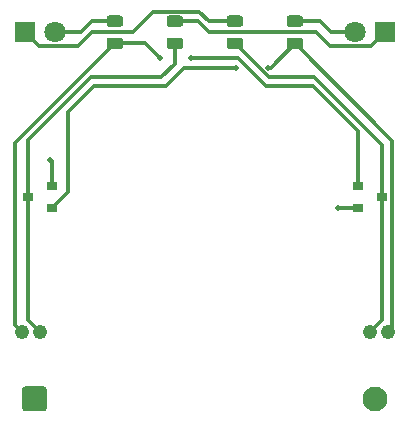
<source format=gbr>
%TF.GenerationSoftware,KiCad,Pcbnew,(5.1.7)-1*%
%TF.CreationDate,2021-04-21T21:28:38-05:00*%
%TF.ProjectId,blinky_kit_pcb,626c696e-6b79-45f6-9b69-745f7063622e,1.0*%
%TF.SameCoordinates,Original*%
%TF.FileFunction,Copper,L1,Top*%
%TF.FilePolarity,Positive*%
%FSLAX46Y46*%
G04 Gerber Fmt 4.6, Leading zero omitted, Abs format (unit mm)*
G04 Created by KiCad (PCBNEW (5.1.7)-1) date 2021-04-21 21:28:38*
%MOMM*%
%LPD*%
G01*
G04 APERTURE LIST*
%TA.AperFunction,ComponentPad*%
%ADD10C,2.100000*%
%TD*%
%TA.AperFunction,ComponentPad*%
%ADD11C,1.219200*%
%TD*%
%TA.AperFunction,ComponentPad*%
%ADD12R,1.800000X1.800000*%
%TD*%
%TA.AperFunction,ComponentPad*%
%ADD13C,1.800000*%
%TD*%
%TA.AperFunction,SMDPad,CuDef*%
%ADD14R,0.900000X0.800000*%
%TD*%
%TA.AperFunction,ViaPad*%
%ADD15C,0.508000*%
%TD*%
%TA.AperFunction,Conductor*%
%ADD16C,0.304800*%
%TD*%
G04 APERTURE END LIST*
D10*
%TO.P,J1,2*%
%TO.N,VCC*%
X155402800Y-114858800D03*
%TO.P,J1,1*%
%TO.N,GND*%
%TA.AperFunction,ComponentPad*%
G36*
G01*
X127342800Y-115908800D02*
X125742800Y-115908800D01*
G75*
G02*
X125492800Y-115658800I0J250000D01*
G01*
X125492800Y-114058800D01*
G75*
G02*
X125742800Y-113808800I250000J0D01*
G01*
X127342800Y-113808800D01*
G75*
G02*
X127592800Y-114058800I0J-250000D01*
G01*
X127592800Y-115658800D01*
G75*
G02*
X127342800Y-115908800I-250000J0D01*
G01*
G37*
%TD.AperFunction*%
%TD*%
D11*
%TO.P,C1,2*%
%TO.N,Net-(C1-Pad2)*%
X125500000Y-109220000D03*
%TO.P,C1,1*%
%TO.N,Net-(C1-Pad1)*%
X127000000Y-109220000D03*
%TD*%
%TO.P,C2,1*%
%TO.N,Net-(C2-Pad1)*%
X154940000Y-109220000D03*
%TO.P,C2,2*%
%TO.N,Net-(C2-Pad2)*%
X156440000Y-109220000D03*
%TD*%
D12*
%TO.P,D1,1*%
%TO.N,Net-(D1-Pad1)*%
X156210000Y-83820000D03*
D13*
%TO.P,D1,2*%
%TO.N,VCC*%
X153670000Y-83820000D03*
%TD*%
%TO.P,D2,2*%
%TO.N,VCC*%
X128270000Y-83820000D03*
D12*
%TO.P,D2,1*%
%TO.N,Net-(D2-Pad1)*%
X125730000Y-83820000D03*
%TD*%
D14*
%TO.P,Q1,1*%
%TO.N,Net-(C2-Pad2)*%
X128000000Y-98740000D03*
%TO.P,Q1,2*%
%TO.N,GND*%
X128000000Y-96840000D03*
%TO.P,Q1,3*%
%TO.N,Net-(C1-Pad1)*%
X126000000Y-97790000D03*
%TD*%
%TO.P,Q2,3*%
%TO.N,Net-(C2-Pad1)*%
X155940000Y-97790000D03*
%TO.P,Q2,2*%
%TO.N,GND*%
X153940000Y-98740000D03*
%TO.P,Q2,1*%
%TO.N,Net-(C1-Pad2)*%
X153940000Y-96840000D03*
%TD*%
%TO.P,R1,2*%
%TO.N,Net-(C1-Pad1)*%
%TA.AperFunction,SMDPad,CuDef*%
G36*
G01*
X137973750Y-84270000D02*
X138886250Y-84270000D01*
G75*
G02*
X139130000Y-84513750I0J-243750D01*
G01*
X139130000Y-85001250D01*
G75*
G02*
X138886250Y-85245000I-243750J0D01*
G01*
X137973750Y-85245000D01*
G75*
G02*
X137730000Y-85001250I0J243750D01*
G01*
X137730000Y-84513750D01*
G75*
G02*
X137973750Y-84270000I243750J0D01*
G01*
G37*
%TD.AperFunction*%
%TO.P,R1,1*%
%TO.N,Net-(D1-Pad1)*%
%TA.AperFunction,SMDPad,CuDef*%
G36*
G01*
X137973750Y-82395000D02*
X138886250Y-82395000D01*
G75*
G02*
X139130000Y-82638750I0J-243750D01*
G01*
X139130000Y-83126250D01*
G75*
G02*
X138886250Y-83370000I-243750J0D01*
G01*
X137973750Y-83370000D01*
G75*
G02*
X137730000Y-83126250I0J243750D01*
G01*
X137730000Y-82638750D01*
G75*
G02*
X137973750Y-82395000I243750J0D01*
G01*
G37*
%TD.AperFunction*%
%TD*%
%TO.P,R2,1*%
%TO.N,VCC*%
%TA.AperFunction,SMDPad,CuDef*%
G36*
G01*
X132893750Y-82395000D02*
X133806250Y-82395000D01*
G75*
G02*
X134050000Y-82638750I0J-243750D01*
G01*
X134050000Y-83126250D01*
G75*
G02*
X133806250Y-83370000I-243750J0D01*
G01*
X132893750Y-83370000D01*
G75*
G02*
X132650000Y-83126250I0J243750D01*
G01*
X132650000Y-82638750D01*
G75*
G02*
X132893750Y-82395000I243750J0D01*
G01*
G37*
%TD.AperFunction*%
%TO.P,R2,2*%
%TO.N,Net-(C1-Pad2)*%
%TA.AperFunction,SMDPad,CuDef*%
G36*
G01*
X132893750Y-84270000D02*
X133806250Y-84270000D01*
G75*
G02*
X134050000Y-84513750I0J-243750D01*
G01*
X134050000Y-85001250D01*
G75*
G02*
X133806250Y-85245000I-243750J0D01*
G01*
X132893750Y-85245000D01*
G75*
G02*
X132650000Y-85001250I0J243750D01*
G01*
X132650000Y-84513750D01*
G75*
G02*
X132893750Y-84270000I243750J0D01*
G01*
G37*
%TD.AperFunction*%
%TD*%
%TO.P,R3,2*%
%TO.N,Net-(C2-Pad2)*%
%TA.AperFunction,SMDPad,CuDef*%
G36*
G01*
X148133750Y-84270000D02*
X149046250Y-84270000D01*
G75*
G02*
X149290000Y-84513750I0J-243750D01*
G01*
X149290000Y-85001250D01*
G75*
G02*
X149046250Y-85245000I-243750J0D01*
G01*
X148133750Y-85245000D01*
G75*
G02*
X147890000Y-85001250I0J243750D01*
G01*
X147890000Y-84513750D01*
G75*
G02*
X148133750Y-84270000I243750J0D01*
G01*
G37*
%TD.AperFunction*%
%TO.P,R3,1*%
%TO.N,VCC*%
%TA.AperFunction,SMDPad,CuDef*%
G36*
G01*
X148133750Y-82395000D02*
X149046250Y-82395000D01*
G75*
G02*
X149290000Y-82638750I0J-243750D01*
G01*
X149290000Y-83126250D01*
G75*
G02*
X149046250Y-83370000I-243750J0D01*
G01*
X148133750Y-83370000D01*
G75*
G02*
X147890000Y-83126250I0J243750D01*
G01*
X147890000Y-82638750D01*
G75*
G02*
X148133750Y-82395000I243750J0D01*
G01*
G37*
%TD.AperFunction*%
%TD*%
%TO.P,R4,1*%
%TO.N,Net-(D2-Pad1)*%
%TA.AperFunction,SMDPad,CuDef*%
G36*
G01*
X143053750Y-82395000D02*
X143966250Y-82395000D01*
G75*
G02*
X144210000Y-82638750I0J-243750D01*
G01*
X144210000Y-83126250D01*
G75*
G02*
X143966250Y-83370000I-243750J0D01*
G01*
X143053750Y-83370000D01*
G75*
G02*
X142810000Y-83126250I0J243750D01*
G01*
X142810000Y-82638750D01*
G75*
G02*
X143053750Y-82395000I243750J0D01*
G01*
G37*
%TD.AperFunction*%
%TO.P,R4,2*%
%TO.N,Net-(C2-Pad1)*%
%TA.AperFunction,SMDPad,CuDef*%
G36*
G01*
X143053750Y-84270000D02*
X143966250Y-84270000D01*
G75*
G02*
X144210000Y-84513750I0J-243750D01*
G01*
X144210000Y-85001250D01*
G75*
G02*
X143966250Y-85245000I-243750J0D01*
G01*
X143053750Y-85245000D01*
G75*
G02*
X142810000Y-85001250I0J243750D01*
G01*
X142810000Y-84513750D01*
G75*
G02*
X143053750Y-84270000I243750J0D01*
G01*
G37*
%TD.AperFunction*%
%TD*%
D15*
%TO.N,GND*%
X152273000Y-98679000D03*
X127889000Y-94615000D03*
%TO.N,Net-(C1-Pad2)*%
X137160000Y-85979000D03*
X139827000Y-85979000D03*
%TO.N,Net-(C2-Pad2)*%
X146357382Y-86814618D03*
X143637000Y-86814618D03*
%TD*%
D16*
%TO.N,GND*%
X152334000Y-98740000D02*
X152273000Y-98679000D01*
X153940000Y-98740000D02*
X152334000Y-98740000D01*
X128000000Y-94726000D02*
X127889000Y-94615000D01*
X128000000Y-96840000D02*
X128000000Y-94726000D01*
%TO.N,VCC*%
X150700500Y-82882500D02*
X148590000Y-82882500D01*
X151638000Y-83820000D02*
X150700500Y-82882500D01*
X153670000Y-83820000D02*
X151638000Y-83820000D01*
X128270000Y-83820000D02*
X130492500Y-83820000D01*
X130492500Y-83820000D02*
X131430000Y-82882500D01*
X131430000Y-82882500D02*
X133350000Y-82882500D01*
%TO.N,Net-(C1-Pad2)*%
X124890401Y-93217099D02*
X133350000Y-84757500D01*
X124890401Y-108610401D02*
X124890401Y-93217099D01*
X125500000Y-109220000D02*
X124890401Y-108610401D01*
X135938500Y-84757500D02*
X137160000Y-85979000D01*
X133350000Y-84757500D02*
X135938500Y-84757500D01*
X139827000Y-85979000D02*
X143764000Y-85979000D01*
X143764000Y-85979000D02*
X146177000Y-88392000D01*
X146177000Y-88392000D02*
X150114000Y-88392000D01*
X153940000Y-92218000D02*
X153940000Y-96840000D01*
X150114000Y-88392000D02*
X153940000Y-92218000D01*
%TO.N,Net-(C1-Pad1)*%
X126000000Y-108220000D02*
X127000000Y-109220000D01*
X126000000Y-97790000D02*
X126000000Y-108220000D01*
X138430000Y-84757500D02*
X138430000Y-86487000D01*
X138430000Y-86487000D02*
X137287000Y-87630000D01*
X137287000Y-87630000D02*
X131318000Y-87630000D01*
X126000000Y-92948000D02*
X126000000Y-97790000D01*
X131318000Y-87630000D02*
X126000000Y-92948000D01*
%TO.N,Net-(C2-Pad1)*%
X155940000Y-108220000D02*
X154940000Y-109220000D01*
X143510000Y-84757500D02*
X146382500Y-87630000D01*
X146382500Y-87630000D02*
X150241000Y-87630000D01*
X155940000Y-93329000D02*
X155940000Y-98187000D01*
X150241000Y-87630000D02*
X155940000Y-93329000D01*
X155940000Y-98187000D02*
X155940000Y-108220000D01*
X155940000Y-97790000D02*
X155940000Y-98187000D01*
%TO.N,Net-(C2-Pad2)*%
X156845000Y-93012500D02*
X148590000Y-84757500D01*
X156845000Y-108815000D02*
X156845000Y-93012500D01*
X156440000Y-109220000D02*
X156845000Y-108815000D01*
X146532882Y-86814618D02*
X146357382Y-86814618D01*
X148590000Y-84757500D02*
X146532882Y-86814618D01*
X129413000Y-90551000D02*
X129413000Y-97327000D01*
X131572000Y-88392000D02*
X129413000Y-90551000D01*
X137668000Y-88392000D02*
X131572000Y-88392000D01*
X139192000Y-86868000D02*
X137668000Y-88392000D01*
X143583618Y-86868000D02*
X139192000Y-86868000D01*
X129413000Y-97327000D02*
X128000000Y-98740000D01*
X143637000Y-86814618D02*
X143583618Y-86868000D01*
%TO.N,Net-(D1-Pad1)*%
X155005199Y-85024801D02*
X156210000Y-83820000D01*
X151561209Y-85024801D02*
X155005199Y-85024801D01*
X150356408Y-83820000D02*
X151561209Y-85024801D01*
X141351000Y-83820000D02*
X150356408Y-83820000D01*
X140413500Y-82882500D02*
X141351000Y-83820000D01*
X138430000Y-82882500D02*
X140413500Y-82882500D01*
%TO.N,Net-(D2-Pad1)*%
X126934801Y-85024801D02*
X125730000Y-83820000D01*
X130251791Y-85024801D02*
X126934801Y-85024801D01*
X131456592Y-83820000D02*
X130251791Y-85024801D01*
X134874000Y-83820000D02*
X131456592Y-83820000D01*
X136603810Y-82090190D02*
X134874000Y-83820000D01*
X140510190Y-82090190D02*
X136603810Y-82090190D01*
X141302500Y-82882500D02*
X140510190Y-82090190D01*
X143510000Y-82882500D02*
X141302500Y-82882500D01*
%TD*%
M02*

</source>
